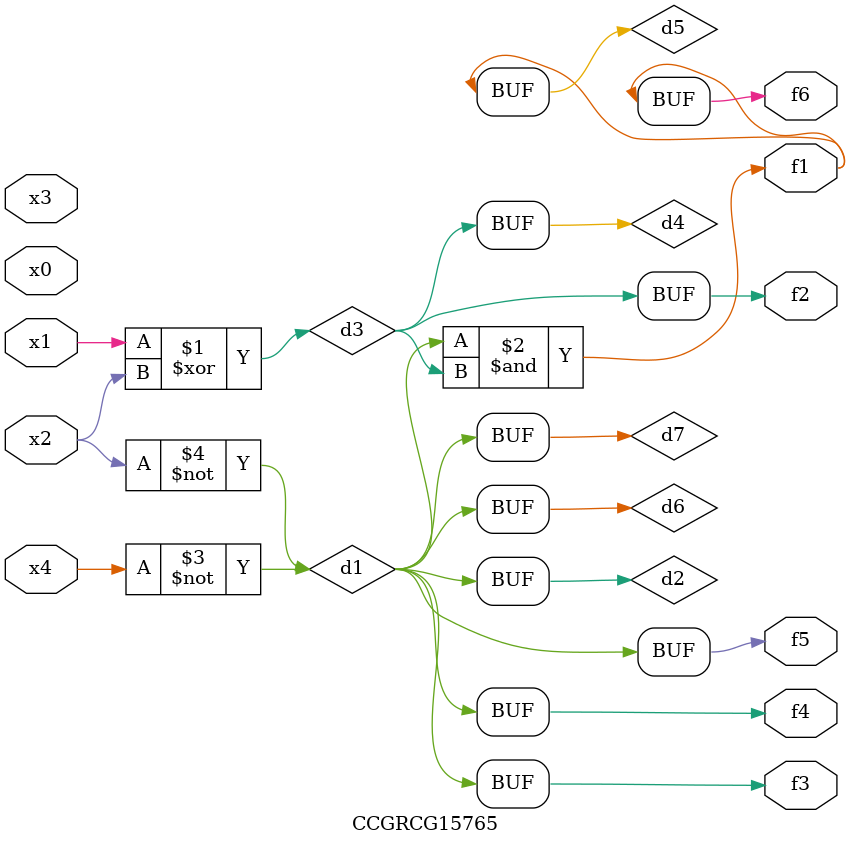
<source format=v>
module CCGRCG15765(
	input x0, x1, x2, x3, x4,
	output f1, f2, f3, f4, f5, f6
);

	wire d1, d2, d3, d4, d5, d6, d7;

	not (d1, x4);
	not (d2, x2);
	xor (d3, x1, x2);
	buf (d4, d3);
	and (d5, d1, d3);
	buf (d6, d1, d2);
	buf (d7, d2);
	assign f1 = d5;
	assign f2 = d4;
	assign f3 = d7;
	assign f4 = d7;
	assign f5 = d7;
	assign f6 = d5;
endmodule

</source>
